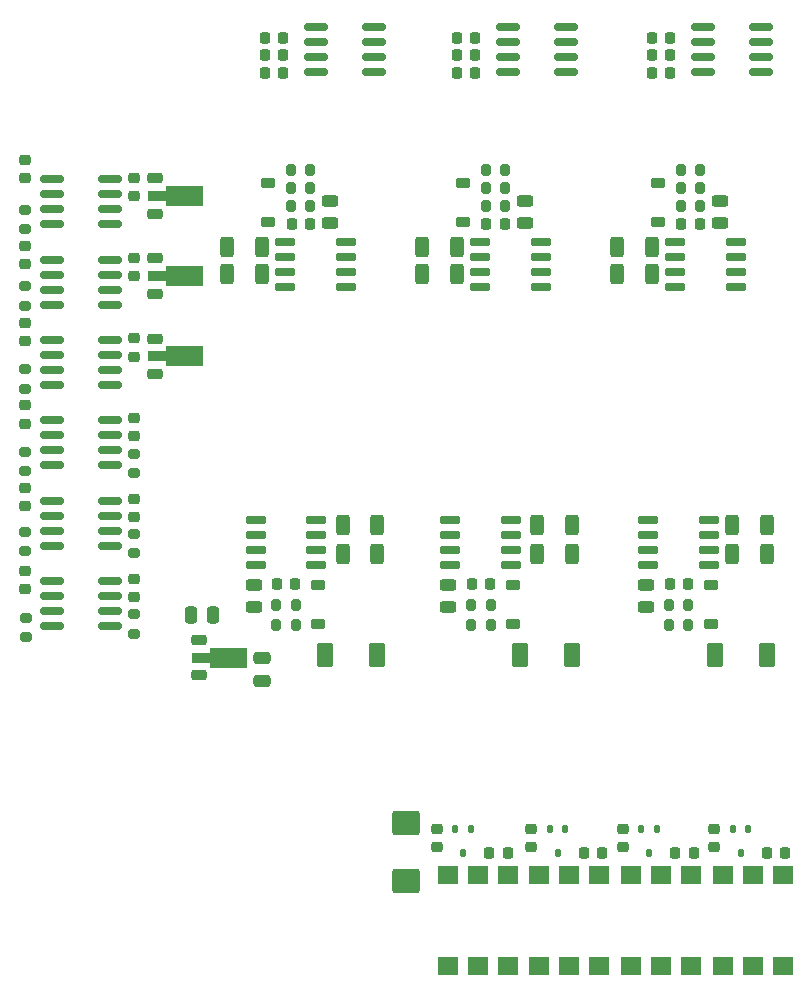
<source format=gbr>
G04 #@! TF.GenerationSoftware,KiCad,Pcbnew,9.0.0*
G04 #@! TF.CreationDate,2025-03-23T13:51:46-04:00*
G04 #@! TF.ProjectId,three_half_bridges,74687265-655f-4686-916c-665f62726964,rev?*
G04 #@! TF.SameCoordinates,Original*
G04 #@! TF.FileFunction,Paste,Top*
G04 #@! TF.FilePolarity,Positive*
%FSLAX46Y46*%
G04 Gerber Fmt 4.6, Leading zero omitted, Abs format (unit mm)*
G04 Created by KiCad (PCBNEW 9.0.0) date 2025-03-23 13:51:46*
%MOMM*%
%LPD*%
G01*
G04 APERTURE LIST*
G04 Aperture macros list*
%AMRoundRect*
0 Rectangle with rounded corners*
0 $1 Rounding radius*
0 $2 $3 $4 $5 $6 $7 $8 $9 X,Y pos of 4 corners*
0 Add a 4 corners polygon primitive as box body*
4,1,4,$2,$3,$4,$5,$6,$7,$8,$9,$2,$3,0*
0 Add four circle primitives for the rounded corners*
1,1,$1+$1,$2,$3*
1,1,$1+$1,$4,$5*
1,1,$1+$1,$6,$7*
1,1,$1+$1,$8,$9*
0 Add four rect primitives between the rounded corners*
20,1,$1+$1,$2,$3,$4,$5,0*
20,1,$1+$1,$4,$5,$6,$7,0*
20,1,$1+$1,$6,$7,$8,$9,0*
20,1,$1+$1,$8,$9,$2,$3,0*%
%AMFreePoly0*
4,1,9,3.862500,-0.866500,0.737500,-0.866500,0.737500,-0.450000,-0.737500,-0.450000,-0.737500,0.450000,0.737500,0.450000,0.737500,0.866500,3.862500,0.866500,3.862500,-0.866500,3.862500,-0.866500,$1*%
G04 Aperture macros list end*
%ADD10RoundRect,0.250000X-0.312500X-0.625000X0.312500X-0.625000X0.312500X0.625000X-0.312500X0.625000X0*%
%ADD11RoundRect,0.200000X-0.200000X-0.275000X0.200000X-0.275000X0.200000X0.275000X-0.200000X0.275000X0*%
%ADD12RoundRect,0.250000X0.450000X0.800000X-0.450000X0.800000X-0.450000X-0.800000X0.450000X-0.800000X0*%
%ADD13RoundRect,0.225000X0.225000X0.250000X-0.225000X0.250000X-0.225000X-0.250000X0.225000X-0.250000X0*%
%ADD14RoundRect,0.112500X0.112500X0.237500X-0.112500X0.237500X-0.112500X-0.237500X0.112500X-0.237500X0*%
%ADD15RoundRect,0.250000X0.312500X0.625000X-0.312500X0.625000X-0.312500X-0.625000X0.312500X-0.625000X0*%
%ADD16RoundRect,0.225000X0.250000X-0.225000X0.250000X0.225000X-0.250000X0.225000X-0.250000X-0.225000X0*%
%ADD17RoundRect,0.225000X0.375000X-0.225000X0.375000X0.225000X-0.375000X0.225000X-0.375000X-0.225000X0*%
%ADD18R,1.780000X1.585000*%
%ADD19RoundRect,0.243750X0.456250X-0.243750X0.456250X0.243750X-0.456250X0.243750X-0.456250X-0.243750X0*%
%ADD20RoundRect,0.225000X-0.225000X-0.250000X0.225000X-0.250000X0.225000X0.250000X-0.225000X0.250000X0*%
%ADD21RoundRect,0.250000X-0.925000X0.787500X-0.925000X-0.787500X0.925000X-0.787500X0.925000X0.787500X0*%
%ADD22RoundRect,0.200000X0.200000X0.275000X-0.200000X0.275000X-0.200000X-0.275000X0.200000X-0.275000X0*%
%ADD23RoundRect,0.225000X-0.375000X0.225000X-0.375000X-0.225000X0.375000X-0.225000X0.375000X0.225000X0*%
%ADD24RoundRect,0.200000X-0.275000X0.200000X-0.275000X-0.200000X0.275000X-0.200000X0.275000X0.200000X0*%
%ADD25RoundRect,0.250000X-0.475000X0.250000X-0.475000X-0.250000X0.475000X-0.250000X0.475000X0.250000X0*%
%ADD26RoundRect,0.225000X-0.250000X0.225000X-0.250000X-0.225000X0.250000X-0.225000X0.250000X0.225000X0*%
%ADD27RoundRect,0.150000X0.725000X0.150000X-0.725000X0.150000X-0.725000X-0.150000X0.725000X-0.150000X0*%
%ADD28RoundRect,0.200000X0.275000X-0.200000X0.275000X0.200000X-0.275000X0.200000X-0.275000X-0.200000X0*%
%ADD29RoundRect,0.225000X-0.425000X-0.225000X0.425000X-0.225000X0.425000X0.225000X-0.425000X0.225000X0*%
%ADD30FreePoly0,0.000000*%
%ADD31RoundRect,0.150000X-0.725000X-0.150000X0.725000X-0.150000X0.725000X0.150000X-0.725000X0.150000X0*%
%ADD32RoundRect,0.150000X0.825000X0.150000X-0.825000X0.150000X-0.825000X-0.150000X0.825000X-0.150000X0*%
%ADD33RoundRect,0.250000X0.250000X0.475000X-0.250000X0.475000X-0.250000X-0.475000X0.250000X-0.475000X0*%
%ADD34RoundRect,0.150000X-0.825000X-0.150000X0.825000X-0.150000X0.825000X0.150000X-0.825000X0.150000X0*%
%ADD35RoundRect,0.243750X-0.456250X0.243750X-0.456250X-0.243750X0.456250X-0.243750X0.456250X0.243750X0*%
G04 APERTURE END LIST*
D10*
X164287500Y-66750000D03*
X167212500Y-66750000D03*
D11*
X153175000Y-63250000D03*
X154825000Y-63250000D03*
D12*
X160450000Y-101250000D03*
X156050000Y-101250000D03*
D13*
X155025000Y-118000000D03*
X153475000Y-118000000D03*
D14*
X175400000Y-116000000D03*
X174100000Y-116000000D03*
X174750000Y-118000000D03*
D15*
X160462500Y-92750000D03*
X157537500Y-92750000D03*
D16*
X114150000Y-68175000D03*
X114150000Y-66625000D03*
D17*
X167750000Y-64650000D03*
X167750000Y-61350000D03*
D18*
X157710000Y-127592500D03*
X160250000Y-127592500D03*
X162790000Y-127592500D03*
X162790000Y-119907500D03*
X160250000Y-119907500D03*
X157710000Y-119907500D03*
D19*
X156500000Y-64687500D03*
X156500000Y-62812500D03*
D18*
X173210000Y-127592500D03*
X175750000Y-127592500D03*
X178290000Y-127592500D03*
X178290000Y-119907500D03*
X175750000Y-119907500D03*
X173210000Y-119907500D03*
D20*
X136725000Y-64750000D03*
X138275000Y-64750000D03*
D21*
X146425000Y-115522725D03*
X146425000Y-120447725D03*
D22*
X170325000Y-98750000D03*
X168675000Y-98750000D03*
D20*
X153225000Y-64750000D03*
X154775000Y-64750000D03*
D13*
X168775000Y-52000000D03*
X167225000Y-52000000D03*
D23*
X139000000Y-95350000D03*
X139000000Y-98650000D03*
X172250000Y-95350000D03*
X172250000Y-98650000D03*
D22*
X153575000Y-98750000D03*
X151925000Y-98750000D03*
X154825000Y-61750000D03*
X153175000Y-61750000D03*
D24*
X114150000Y-70075000D03*
X114150000Y-71725000D03*
D25*
X134250000Y-101550000D03*
X134250000Y-103450000D03*
D16*
X172500000Y-117525000D03*
X172500000Y-115975000D03*
D10*
X147787500Y-66750000D03*
X150712500Y-66750000D03*
D26*
X123400000Y-88025000D03*
X123400000Y-89575000D03*
D24*
X114200000Y-98125000D03*
X114200000Y-99775000D03*
D27*
X157825000Y-70155000D03*
X157825000Y-68885000D03*
X157825000Y-67615000D03*
X157825000Y-66345000D03*
X152675000Y-66345000D03*
X152675000Y-67615000D03*
X152675000Y-68885000D03*
X152675000Y-70155000D03*
D17*
X151250000Y-64650000D03*
X151250000Y-61350000D03*
D16*
X164750000Y-117525000D03*
X164750000Y-115975000D03*
D28*
X123400000Y-99475000D03*
X123400000Y-97825000D03*
D13*
X136025000Y-52000000D03*
X134475000Y-52000000D03*
D20*
X169725000Y-64750000D03*
X171275000Y-64750000D03*
D24*
X114150000Y-77075000D03*
X114150000Y-78725000D03*
D29*
X125200000Y-60900000D03*
D30*
X125287500Y-62400000D03*
D29*
X125200000Y-63900000D03*
D14*
X167650000Y-116000000D03*
X166350000Y-116000000D03*
X167000000Y-118000000D03*
D31*
X166925000Y-89845000D03*
X166925000Y-91115000D03*
X166925000Y-92385000D03*
X166925000Y-93655000D03*
X172075000Y-93655000D03*
X172075000Y-92385000D03*
X172075000Y-91115000D03*
X172075000Y-89845000D03*
D13*
X163025000Y-118000000D03*
X161475000Y-118000000D03*
D32*
X143725000Y-51905000D03*
X143725000Y-50635000D03*
X143725000Y-49365000D03*
X143725000Y-48095000D03*
X138775000Y-48095000D03*
X138775000Y-49365000D03*
X138775000Y-50635000D03*
X138775000Y-51905000D03*
D22*
X137075000Y-98750000D03*
X135425000Y-98750000D03*
D33*
X130100000Y-97900000D03*
X128200000Y-97900000D03*
D15*
X176962500Y-92750000D03*
X174037500Y-92750000D03*
D34*
X116425000Y-81395000D03*
X116425000Y-82665000D03*
X116425000Y-83935000D03*
X116425000Y-85205000D03*
X121375000Y-85205000D03*
X121375000Y-83935000D03*
X121375000Y-82665000D03*
X121375000Y-81395000D03*
D19*
X173000000Y-64687500D03*
X173000000Y-62812500D03*
D26*
X123400000Y-94825000D03*
X123400000Y-96375000D03*
D12*
X176950000Y-101250000D03*
X172550000Y-101250000D03*
D13*
X178525000Y-118000000D03*
X176975000Y-118000000D03*
D34*
X116425000Y-67795000D03*
X116425000Y-69065000D03*
X116425000Y-70335000D03*
X116425000Y-71605000D03*
X121375000Y-71605000D03*
X121375000Y-70335000D03*
X121375000Y-69065000D03*
X121375000Y-67795000D03*
D16*
X114150000Y-88675000D03*
X114150000Y-87125000D03*
D23*
X155500000Y-95350000D03*
X155500000Y-98650000D03*
D22*
X171325000Y-60250000D03*
X169675000Y-60250000D03*
D34*
X116425000Y-74595000D03*
X116425000Y-75865000D03*
X116425000Y-77135000D03*
X116425000Y-78405000D03*
X121375000Y-78405000D03*
X121375000Y-77135000D03*
X121375000Y-75865000D03*
X121375000Y-74595000D03*
D35*
X133500000Y-95312500D03*
X133500000Y-97187500D03*
D11*
X136675000Y-63250000D03*
X138325000Y-63250000D03*
D35*
X150000000Y-95312500D03*
X150000000Y-97187500D03*
D20*
X135475000Y-95250000D03*
X137025000Y-95250000D03*
D10*
X164287500Y-69000000D03*
X167212500Y-69000000D03*
D34*
X116425000Y-60995000D03*
X116425000Y-62265000D03*
X116425000Y-63535000D03*
X116425000Y-64805000D03*
X121375000Y-64805000D03*
X121375000Y-63535000D03*
X121375000Y-62265000D03*
X121375000Y-60995000D03*
D26*
X123400000Y-67675000D03*
X123400000Y-69225000D03*
D17*
X134750000Y-64650000D03*
X134750000Y-61350000D03*
D22*
X153575000Y-97000000D03*
X151925000Y-97000000D03*
D24*
X114150000Y-63575000D03*
X114150000Y-65225000D03*
D28*
X123400000Y-92675000D03*
X123400000Y-91025000D03*
D13*
X152275000Y-50500000D03*
X150725000Y-50500000D03*
X136025000Y-49000000D03*
X134475000Y-49000000D03*
D14*
X159900000Y-116000000D03*
X158600000Y-116000000D03*
X159250000Y-118000000D03*
D29*
X125200000Y-67700000D03*
D30*
X125287500Y-69200000D03*
D29*
X125200000Y-70700000D03*
D27*
X141325000Y-70155000D03*
X141325000Y-68885000D03*
X141325000Y-67615000D03*
X141325000Y-66345000D03*
X136175000Y-66345000D03*
X136175000Y-67615000D03*
X136175000Y-68885000D03*
X136175000Y-70155000D03*
D16*
X157000000Y-117525000D03*
X157000000Y-115975000D03*
D13*
X170775000Y-118000000D03*
X169225000Y-118000000D03*
D22*
X170325000Y-97000000D03*
X168675000Y-97000000D03*
D14*
X151900000Y-116000000D03*
X150600000Y-116000000D03*
X151250000Y-118000000D03*
D22*
X137075000Y-97000000D03*
X135425000Y-97000000D03*
D15*
X143962500Y-92750000D03*
X141037500Y-92750000D03*
D32*
X176475000Y-51905000D03*
X176475000Y-50635000D03*
X176475000Y-49365000D03*
X176475000Y-48095000D03*
X171525000Y-48095000D03*
X171525000Y-49365000D03*
X171525000Y-50635000D03*
X171525000Y-51905000D03*
D16*
X114150000Y-81675000D03*
X114150000Y-80125000D03*
D15*
X143962500Y-90250000D03*
X141037500Y-90250000D03*
D26*
X123400000Y-81225000D03*
X123400000Y-82775000D03*
D10*
X147787500Y-69000000D03*
X150712500Y-69000000D03*
D19*
X140000000Y-64687500D03*
X140000000Y-62812500D03*
D27*
X174325000Y-70155000D03*
X174325000Y-68885000D03*
X174325000Y-67615000D03*
X174325000Y-66345000D03*
X169175000Y-66345000D03*
X169175000Y-67615000D03*
X169175000Y-68885000D03*
X169175000Y-70155000D03*
D28*
X123400000Y-85875000D03*
X123400000Y-84225000D03*
D26*
X123400000Y-60875000D03*
X123400000Y-62425000D03*
D16*
X114150000Y-95675000D03*
X114150000Y-94125000D03*
D13*
X168775000Y-50500000D03*
X167225000Y-50500000D03*
X136025000Y-50500000D03*
X134475000Y-50500000D03*
D32*
X159975000Y-51905000D03*
X159975000Y-50635000D03*
X159975000Y-49365000D03*
X159975000Y-48095000D03*
X155025000Y-48095000D03*
X155025000Y-49365000D03*
X155025000Y-50635000D03*
X155025000Y-51905000D03*
D16*
X149000000Y-117525000D03*
X149000000Y-115975000D03*
X114150000Y-60925000D03*
X114150000Y-59375000D03*
D24*
X114150000Y-84075000D03*
X114150000Y-85725000D03*
D20*
X151975000Y-95250000D03*
X153525000Y-95250000D03*
D15*
X176962500Y-90250000D03*
X174037500Y-90250000D03*
D22*
X138325000Y-61750000D03*
X136675000Y-61750000D03*
D20*
X168725000Y-95250000D03*
X170275000Y-95250000D03*
D29*
X125200000Y-74500000D03*
D30*
X125287500Y-76000000D03*
D29*
X125200000Y-77500000D03*
D16*
X114150000Y-74675000D03*
X114150000Y-73125000D03*
D22*
X171325000Y-61750000D03*
X169675000Y-61750000D03*
D31*
X133675000Y-89845000D03*
X133675000Y-91115000D03*
X133675000Y-92385000D03*
X133675000Y-93655000D03*
X138825000Y-93655000D03*
X138825000Y-92385000D03*
X138825000Y-91115000D03*
X138825000Y-89845000D03*
D34*
X116425000Y-88195000D03*
X116425000Y-89465000D03*
X116425000Y-90735000D03*
X116425000Y-92005000D03*
X121375000Y-92005000D03*
X121375000Y-90735000D03*
X121375000Y-89465000D03*
X121375000Y-88195000D03*
D13*
X152275000Y-52000000D03*
X150725000Y-52000000D03*
D29*
X128925000Y-100000000D03*
D30*
X129012500Y-101500000D03*
D29*
X128925000Y-103000000D03*
D11*
X169675000Y-63250000D03*
X171325000Y-63250000D03*
D18*
X149960000Y-127592500D03*
X152500000Y-127592500D03*
X155040000Y-127592500D03*
X155040000Y-119907500D03*
X152500000Y-119907500D03*
X149960000Y-119907500D03*
D13*
X168775000Y-49000000D03*
X167225000Y-49000000D03*
D22*
X154825000Y-60250000D03*
X153175000Y-60250000D03*
D10*
X131287500Y-69000000D03*
X134212500Y-69000000D03*
D18*
X165460000Y-127592500D03*
X168000000Y-127592500D03*
X170540000Y-127592500D03*
X170540000Y-119907500D03*
X168000000Y-119907500D03*
X165460000Y-119907500D03*
D22*
X138325000Y-60250000D03*
X136675000Y-60250000D03*
D26*
X123400000Y-74475000D03*
X123400000Y-76025000D03*
D10*
X131287500Y-66750000D03*
X134212500Y-66750000D03*
D24*
X114150000Y-90825000D03*
X114150000Y-92475000D03*
D12*
X143950000Y-101250000D03*
X139550000Y-101250000D03*
D35*
X166750000Y-95312500D03*
X166750000Y-97187500D03*
D34*
X116425000Y-94995000D03*
X116425000Y-96265000D03*
X116425000Y-97535000D03*
X116425000Y-98805000D03*
X121375000Y-98805000D03*
X121375000Y-97535000D03*
X121375000Y-96265000D03*
X121375000Y-94995000D03*
D31*
X150175000Y-89845000D03*
X150175000Y-91115000D03*
X150175000Y-92385000D03*
X150175000Y-93655000D03*
X155325000Y-93655000D03*
X155325000Y-92385000D03*
X155325000Y-91115000D03*
X155325000Y-89845000D03*
D13*
X152275000Y-49000000D03*
X150725000Y-49000000D03*
D15*
X160462500Y-90250000D03*
X157537500Y-90250000D03*
M02*

</source>
